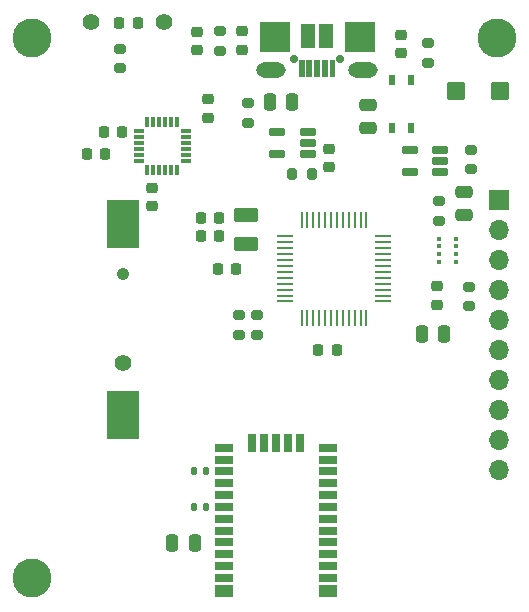
<source format=gbr>
%TF.GenerationSoftware,KiCad,Pcbnew,7.0.5*%
%TF.CreationDate,2023-10-02T10:37:08-05:00*%
%TF.ProjectId,dropkick,64726f70-6b69-4636-9b2e-6b696361645f,rev?*%
%TF.SameCoordinates,Original*%
%TF.FileFunction,Soldermask,Top*%
%TF.FilePolarity,Negative*%
%FSLAX46Y46*%
G04 Gerber Fmt 4.6, Leading zero omitted, Abs format (unit mm)*
G04 Created by KiCad (PCBNEW 7.0.5) date 2023-10-02 10:37:08*
%MOMM*%
%LPD*%
G01*
G04 APERTURE LIST*
G04 Aperture macros list*
%AMRoundRect*
0 Rectangle with rounded corners*
0 $1 Rounding radius*
0 $2 $3 $4 $5 $6 $7 $8 $9 X,Y pos of 4 corners*
0 Add a 4 corners polygon primitive as box body*
4,1,4,$2,$3,$4,$5,$6,$7,$8,$9,$2,$3,0*
0 Add four circle primitives for the rounded corners*
1,1,$1+$1,$2,$3*
1,1,$1+$1,$4,$5*
1,1,$1+$1,$6,$7*
1,1,$1+$1,$8,$9*
0 Add four rect primitives between the rounded corners*
20,1,$1+$1,$2,$3,$4,$5,0*
20,1,$1+$1,$4,$5,$6,$7,0*
20,1,$1+$1,$6,$7,$8,$9,0*
20,1,$1+$1,$8,$9,$2,$3,0*%
G04 Aperture macros list end*
%ADD10RoundRect,0.225000X0.225000X0.250000X-0.225000X0.250000X-0.225000X-0.250000X0.225000X-0.250000X0*%
%ADD11RoundRect,0.218750X0.256250X-0.218750X0.256250X0.218750X-0.256250X0.218750X-0.256250X-0.218750X0*%
%ADD12RoundRect,0.200000X-0.275000X0.200000X-0.275000X-0.200000X0.275000X-0.200000X0.275000X0.200000X0*%
%ADD13R,0.508000X0.889000*%
%ADD14RoundRect,0.250000X-0.250000X-0.475000X0.250000X-0.475000X0.250000X0.475000X-0.250000X0.475000X0*%
%ADD15RoundRect,0.135000X-0.135000X-0.185000X0.135000X-0.185000X0.135000X0.185000X-0.135000X0.185000X0*%
%ADD16C,3.301600*%
%ADD17RoundRect,0.225000X0.250000X-0.225000X0.250000X0.225000X-0.250000X0.225000X-0.250000X-0.225000X0*%
%ADD18RoundRect,0.218750X-0.256250X0.218750X-0.256250X-0.218750X0.256250X-0.218750X0.256250X0.218750X0*%
%ADD19RoundRect,0.200000X0.275000X-0.200000X0.275000X0.200000X-0.275000X0.200000X-0.275000X-0.200000X0*%
%ADD20RoundRect,0.200000X-0.200000X-0.275000X0.200000X-0.275000X0.200000X0.275000X-0.200000X0.275000X0*%
%ADD21RoundRect,0.250000X0.475000X-0.250000X0.475000X0.250000X-0.475000X0.250000X-0.475000X-0.250000X0*%
%ADD22R,1.500000X0.700000*%
%ADD23R,1.500000X1.000000*%
%ADD24R,0.700000X1.500000*%
%ADD25RoundRect,0.225000X-0.225000X-0.250000X0.225000X-0.250000X0.225000X0.250000X-0.225000X0.250000X0*%
%ADD26RoundRect,0.050800X0.950000X-0.550000X0.950000X0.550000X-0.950000X0.550000X-0.950000X-0.550000X0*%
%ADD27RoundRect,0.050800X-0.950000X0.550000X-0.950000X-0.550000X0.950000X-0.550000X0.950000X0.550000X0*%
%ADD28RoundRect,0.050800X0.600000X-0.275000X0.600000X0.275000X-0.600000X0.275000X-0.600000X-0.275000X0*%
%ADD29C,0.700000*%
%ADD30RoundRect,0.050800X-0.500000X1.000000X-0.500000X-1.000000X0.500000X-1.000000X0.500000X1.000000X0*%
%ADD31O,2.501600X1.301600*%
%ADD32RoundRect,0.050800X-1.250000X1.250000X-1.250000X-1.250000X1.250000X-1.250000X1.250000X1.250000X0*%
%ADD33RoundRect,0.250000X0.250000X0.475000X-0.250000X0.475000X-0.250000X-0.475000X0.250000X-0.475000X0*%
%ADD34RoundRect,0.218750X0.218750X0.256250X-0.218750X0.256250X-0.218750X-0.256250X0.218750X-0.256250X0*%
%ADD35RoundRect,0.225000X-0.250000X0.225000X-0.250000X-0.225000X0.250000X-0.225000X0.250000X0.225000X0*%
%ADD36RoundRect,0.050800X0.700000X-0.700000X0.700000X0.700000X-0.700000X0.700000X-0.700000X-0.700000X0*%
%ADD37R,1.700000X1.700000*%
%ADD38O,1.700000X1.700000*%
%ADD39C,1.400000*%
%ADD40C,1.070000*%
%ADD41RoundRect,0.050800X-1.300000X2.000000X-1.300000X-2.000000X1.300000X-2.000000X1.300000X2.000000X0*%
%ADD42RoundRect,0.120800X0.070000X-0.330000X0.070000X0.330000X-0.070000X0.330000X-0.070000X-0.330000X0*%
%ADD43RoundRect,0.120800X-0.330000X-0.070000X0.330000X-0.070000X0.330000X0.070000X-0.330000X0.070000X0*%
%ADD44RoundRect,0.120800X-0.070000X0.330000X-0.070000X-0.330000X0.070000X-0.330000X0.070000X0.330000X0*%
%ADD45RoundRect,0.120800X0.330000X0.070000X-0.330000X0.070000X-0.330000X-0.070000X0.330000X-0.070000X0*%
%ADD46R,1.346200X0.279400*%
%ADD47R,0.279400X1.346200*%
%ADD48R,0.350000X0.350000*%
%ADD49C,1.397000*%
G04 APERTURE END LIST*
%TO.C,X1*%
G36*
X91719600Y-50316600D02*
G01*
X91219600Y-50316600D01*
X91219600Y-48866600D01*
X91719600Y-48866600D01*
X91719600Y-50316600D01*
G37*
G36*
X89769600Y-50316600D02*
G01*
X89269600Y-50316600D01*
X89269600Y-48866600D01*
X89769600Y-48866600D01*
X89769600Y-50316600D01*
G37*
G36*
X91069600Y-50316600D02*
G01*
X90569600Y-50316600D01*
X90569600Y-48866600D01*
X91069600Y-48866600D01*
X91069600Y-50316600D01*
G37*
G36*
X90419600Y-50316600D02*
G01*
X89919600Y-50316600D01*
X89919600Y-48866600D01*
X90419600Y-48866600D01*
X90419600Y-50316600D01*
G37*
G36*
X89119600Y-50316600D02*
G01*
X88619600Y-50316600D01*
X88619600Y-48866600D01*
X89119600Y-48866600D01*
X89119600Y-50316600D01*
G37*
%TD*%
D10*
%TO.C,C12*%
X72228000Y-56850000D03*
X70678000Y-56850000D03*
%TD*%
D11*
%TO.C,CHG1*%
X83820000Y-47997500D03*
X83820000Y-46422500D03*
%TD*%
D12*
%TO.C,R3*%
X85110300Y-70459000D03*
X85110300Y-72109000D03*
%TD*%
D13*
%TO.C,SW2*%
X96481999Y-54627998D03*
X98082001Y-54627998D03*
X98082001Y-50528002D03*
X96481999Y-50528002D03*
%TD*%
D14*
%TO.C,C2*%
X99050000Y-72050000D03*
X100950000Y-72050000D03*
%TD*%
D15*
%TO.C,R7*%
X79754000Y-86741000D03*
X80774000Y-86741000D03*
%TD*%
D10*
%TO.C,C7*%
X81881300Y-62198000D03*
X80331300Y-62198000D03*
%TD*%
D16*
%TO.C,H2*%
X105410000Y-46990000D03*
%TD*%
D12*
%TO.C,R13*%
X100450000Y-60825000D03*
X100450000Y-62475000D03*
%TD*%
D16*
%TO.C,H1*%
X66040000Y-46990000D03*
%TD*%
D17*
%TO.C,C10*%
X91186000Y-57925000D03*
X91186000Y-56375000D03*
%TD*%
D10*
%TO.C,C8*%
X81881300Y-63722000D03*
X80331300Y-63722000D03*
%TD*%
D18*
%TO.C,L2*%
X97282000Y-46710500D03*
X97282000Y-48285500D03*
%TD*%
D19*
%TO.C,R14*%
X103010000Y-69695000D03*
X103010000Y-68045000D03*
%TD*%
D20*
%TO.C,R5*%
X88075000Y-58547000D03*
X89725000Y-58547000D03*
%TD*%
D21*
%TO.C,C4*%
X102600000Y-61950000D03*
X102600000Y-60050000D03*
%TD*%
D22*
%TO.C,U3*%
X82300000Y-81700000D03*
X82300000Y-82700000D03*
X82300000Y-83700000D03*
X82300000Y-84700001D03*
X82300000Y-85700000D03*
X82300000Y-86700000D03*
X82300000Y-87700000D03*
X82300000Y-88700001D03*
X82300000Y-89700001D03*
X82300000Y-90699999D03*
X82300000Y-91700000D03*
X82300000Y-92700000D03*
D23*
X82300000Y-93850000D03*
X91100000Y-93800000D03*
D22*
X91100000Y-92700000D03*
X91100000Y-91700000D03*
X91100000Y-90699999D03*
X91100000Y-89700001D03*
X91100000Y-88700001D03*
X91100000Y-87700000D03*
X91100000Y-86699999D03*
X91100000Y-85699999D03*
X91100000Y-84700000D03*
X91100000Y-83700000D03*
X91100000Y-82700000D03*
X91100000Y-81700000D03*
D24*
X88700000Y-81300000D03*
X87700000Y-81300000D03*
X86700000Y-81300000D03*
X85700000Y-81300000D03*
X84699999Y-81300000D03*
%TD*%
D19*
%TO.C,R10*%
X99568000Y-49085000D03*
X99568000Y-47435000D03*
%TD*%
D16*
%TO.C,H3*%
X66040000Y-92710000D03*
%TD*%
D25*
%TO.C,C5*%
X90275000Y-73450000D03*
X91825000Y-73450000D03*
%TD*%
D19*
%TO.C,R1*%
X83586300Y-72109000D03*
X83586300Y-70459000D03*
%TD*%
D26*
%TO.C,X4*%
X84154300Y-62014000D03*
D27*
X84154300Y-64414000D03*
%TD*%
D19*
%TO.C,R12*%
X73450000Y-49575000D03*
X73450000Y-47925000D03*
%TD*%
D28*
%TO.C,U1*%
X100614100Y-58350000D03*
X100614100Y-57400000D03*
X100614100Y-56450000D03*
X98013900Y-56450000D03*
X98013900Y-58350000D03*
%TD*%
D21*
%TO.C,C3*%
X94488000Y-54605000D03*
X94488000Y-52705000D03*
%TD*%
D29*
%TO.C,X1*%
X88219600Y-48816600D03*
X92119600Y-48816600D03*
D30*
X90919600Y-46816600D03*
X89419600Y-46816600D03*
D31*
X94069600Y-49716600D03*
X86269600Y-49716600D03*
D32*
X93769600Y-46916600D03*
X86569600Y-46916600D03*
%TD*%
D17*
%TO.C,C13*%
X80899000Y-53734000D03*
X80899000Y-52184000D03*
%TD*%
D33*
%TO.C,C9*%
X88072000Y-52451000D03*
X86172000Y-52451000D03*
%TD*%
D34*
%TO.C,L3*%
X74987500Y-45700000D03*
X73412500Y-45700000D03*
%TD*%
D35*
%TO.C,C15*%
X76200000Y-59677000D03*
X76200000Y-61227000D03*
%TD*%
D19*
%TO.C,R4*%
X84300000Y-54175000D03*
X84300000Y-52525000D03*
%TD*%
D10*
%TO.C,C1*%
X83329300Y-66564000D03*
X81779300Y-66564000D03*
%TD*%
D36*
%TO.C,D1*%
X105650000Y-51500000D03*
X101950000Y-51500000D03*
%TD*%
D19*
%TO.C,R11*%
X81915000Y-48069000D03*
X81915000Y-46419000D03*
%TD*%
D33*
%TO.C,C6*%
X79817000Y-89789000D03*
X77917000Y-89789000D03*
%TD*%
D37*
%TO.C,J1*%
X105580000Y-60750000D03*
D38*
X105580000Y-63290000D03*
X105580000Y-65830000D03*
X105580000Y-68370000D03*
X105580000Y-70910000D03*
X105580000Y-73450000D03*
X105580000Y-75990000D03*
X105580000Y-78530000D03*
X105580000Y-81070000D03*
X105580000Y-83610000D03*
%TD*%
D39*
%TO.C,B1*%
X73700000Y-74500000D03*
D40*
X73700000Y-67000000D03*
D41*
X73700000Y-78910000D03*
X73730000Y-62730000D03*
%TD*%
D42*
%TO.C,U6*%
X78300000Y-54150000D03*
X77800000Y-54150000D03*
X77300000Y-54150000D03*
X76800000Y-54150000D03*
X76300000Y-54150000D03*
X75800000Y-54150000D03*
D43*
X75050000Y-54900000D03*
X75050000Y-55400000D03*
X75050000Y-55900000D03*
X75050000Y-56400000D03*
X75050000Y-56900000D03*
X75050000Y-57400000D03*
D44*
X75800000Y-58150000D03*
X76300000Y-58150000D03*
X76800000Y-58150000D03*
X77300000Y-58150000D03*
X77800000Y-58150000D03*
X78300000Y-58150000D03*
D45*
X79050000Y-57400000D03*
X79050000Y-56900000D03*
X79050000Y-56400000D03*
X79050000Y-55900000D03*
X79050000Y-55400000D03*
X79050000Y-54900000D03*
%TD*%
D10*
%TO.C,C14*%
X73673000Y-54991000D03*
X72123000Y-54991000D03*
%TD*%
D46*
%TO.C,U4*%
X87421700Y-63800000D03*
X87421700Y-64299999D03*
X87421700Y-64800001D03*
X87421700Y-65300000D03*
X87421700Y-65799999D03*
X87421700Y-66300000D03*
X87421700Y-66800000D03*
X87421700Y-67300001D03*
X87421700Y-67800000D03*
X87421700Y-68299999D03*
X87421700Y-68800001D03*
X87421700Y-69300000D03*
D47*
X88850000Y-70728300D03*
X89349999Y-70728300D03*
X89850001Y-70728300D03*
X90350000Y-70728300D03*
X90849999Y-70728300D03*
X91350000Y-70728300D03*
X91850000Y-70728300D03*
X92350001Y-70728300D03*
X92850000Y-70728300D03*
X93349999Y-70728300D03*
X93850001Y-70728300D03*
X94350000Y-70728300D03*
D46*
X95778300Y-69300000D03*
X95778300Y-68800001D03*
X95778300Y-68299999D03*
X95778300Y-67800000D03*
X95778300Y-67300001D03*
X95778300Y-66800000D03*
X95778300Y-66300000D03*
X95778300Y-65799999D03*
X95778300Y-65300000D03*
X95778300Y-64800001D03*
X95778300Y-64299999D03*
X95778300Y-63800000D03*
D47*
X94350000Y-62371700D03*
X93850001Y-62371700D03*
X93349999Y-62371700D03*
X92850000Y-62371700D03*
X92350001Y-62371700D03*
X91850000Y-62371700D03*
X91350000Y-62371700D03*
X90849999Y-62371700D03*
X90350000Y-62371700D03*
X89850001Y-62371700D03*
X89349999Y-62371700D03*
X88850000Y-62371700D03*
%TD*%
D11*
%TO.C,L1*%
X80010000Y-48031500D03*
X80010000Y-46456500D03*
%TD*%
D19*
%TO.C,R2*%
X103200000Y-58125000D03*
X103200000Y-56475000D03*
%TD*%
D15*
%TO.C,R6*%
X79754000Y-83693000D03*
X80774000Y-83693000D03*
%TD*%
D28*
%TO.C,U2*%
X89408000Y-56830000D03*
X89408000Y-55880000D03*
X89408000Y-54930000D03*
X86807800Y-54930000D03*
X86807800Y-56830000D03*
%TD*%
D48*
%TO.C,U5*%
X100475000Y-65924999D03*
X100475000Y-65275001D03*
X100475000Y-64624999D03*
X100475000Y-63975001D03*
X101925000Y-63975001D03*
X101925000Y-64624999D03*
X101925000Y-65275001D03*
X101925000Y-65924999D03*
%TD*%
D17*
%TO.C,C11*%
X100350000Y-69575000D03*
X100350000Y-68025000D03*
%TD*%
D49*
%TO.C,SW1*%
X70994999Y-45683932D03*
X77244999Y-45683932D03*
%TD*%
M02*

</source>
